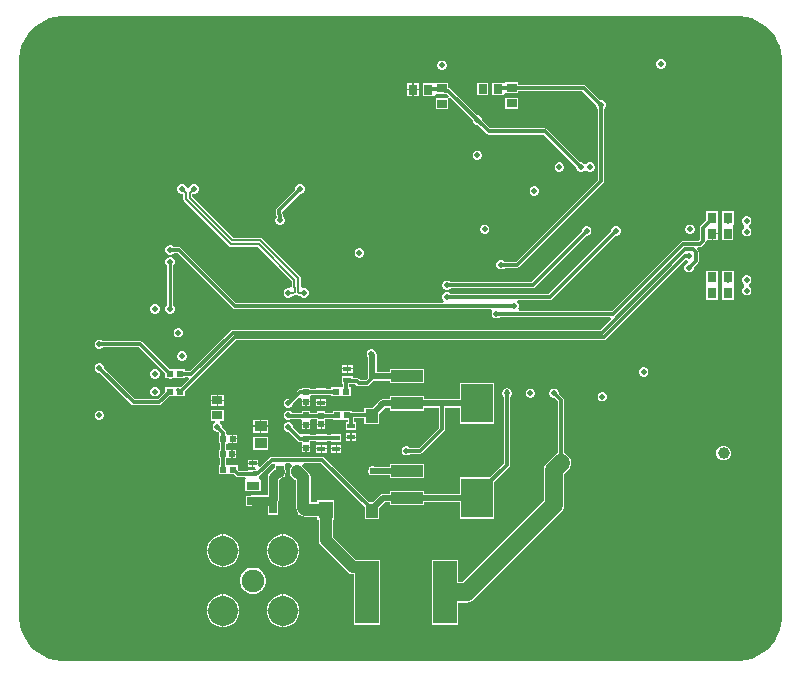
<source format=gbl>
G04*
G04 #@! TF.GenerationSoftware,Altium Limited,Altium Designer,24.4.1 (13)*
G04*
G04 Layer_Physical_Order=4*
G04 Layer_Color=16711680*
%FSLAX44Y44*%
%MOMM*%
G71*
G04*
G04 #@! TF.SameCoordinates,2EB5ED4D-3302-4EB3-8F75-9365195E6A89*
G04*
G04*
G04 #@! TF.FilePolarity,Positive*
G04*
G01*
G75*
%ADD14C,0.2540*%
%ADD16R,0.8500X0.7500*%
%ADD17R,1.0500X0.9000*%
%ADD18R,0.6000X0.5500*%
%ADD26R,0.7500X0.8500*%
%ADD27R,0.4725X0.5393*%
%ADD30R,1.2546X1.4562*%
%ADD38R,0.8000X0.9500*%
%ADD40R,0.5393X0.4725*%
%ADD44R,0.5200X0.5200*%
%ADD45R,0.5200X0.5200*%
%ADD78C,0.1519*%
%ADD79C,0.5000*%
%ADD80C,0.3000*%
%ADD83C,1.0000*%
%ADD84C,0.7500*%
%ADD85C,2.5400*%
%ADD86C,1.9050*%
%ADD87C,0.5000*%
%ADD88C,1.0000*%
%ADD89C,4.0000*%
%ADD90C,1.5000*%
%ADD91R,2.7000X1.0000*%
%ADD92R,2.7000X3.3000*%
%ADD93R,2.0000X5.3000*%
%ADD94R,0.6500X2.6500*%
%ADD95R,0.6500X0.9000*%
%ADD96R,0.6750X0.4500*%
%ADD97R,1.0200X0.6400*%
%ADD98R,0.8500X0.7000*%
%ADD99R,1.0121X1.2084*%
G36*
X610000Y547961D02*
X612488D01*
X617422Y547311D01*
X622228Y546023D01*
X626826Y544119D01*
X631135Y541631D01*
X635083Y538602D01*
X638602Y535083D01*
X641631Y531135D01*
X644119Y526826D01*
X646023Y522228D01*
X647311Y517422D01*
X647961Y512488D01*
X647961Y510000D01*
X647961Y40000D01*
Y37512D01*
X647311Y32578D01*
X646023Y27772D01*
X644119Y23174D01*
X641631Y18865D01*
X638602Y14917D01*
X635083Y11398D01*
X631135Y8369D01*
X626826Y5881D01*
X622228Y3977D01*
X617422Y2689D01*
X612488Y2039D01*
X610000Y2039D01*
X40000Y2039D01*
X37512Y2039D01*
X32578Y2689D01*
X27772Y3977D01*
X23174Y5881D01*
X18865Y8369D01*
X14917Y11398D01*
X11398Y14917D01*
X8369Y18865D01*
X5881Y23174D01*
X3977Y27772D01*
X2689Y32578D01*
X2039Y37512D01*
Y40000D01*
X2039Y510000D01*
Y512488D01*
X2689Y517422D01*
X3977Y522228D01*
X5881Y526826D01*
X8369Y531135D01*
X11398Y535083D01*
X14917Y538602D01*
X18865Y541631D01*
X23174Y544119D01*
X27771Y546023D01*
X32578Y547311D01*
X37512Y547961D01*
X40000Y547961D01*
X610000Y547961D01*
D02*
G37*
%LPC*%
G36*
X546196Y511300D02*
X544604D01*
X543134Y510691D01*
X542009Y509566D01*
X541400Y508096D01*
Y506504D01*
X542009Y505034D01*
X543134Y503909D01*
X544604Y503300D01*
X546196D01*
X547666Y503909D01*
X548791Y505034D01*
X549400Y506504D01*
Y508096D01*
X548791Y509566D01*
X547666Y510691D01*
X546196Y511300D01*
D02*
G37*
G36*
X360796Y510250D02*
X359204D01*
X357734Y509641D01*
X356609Y508516D01*
X356000Y507046D01*
Y505454D01*
X356609Y503984D01*
X357734Y502859D01*
X359204Y502250D01*
X360796D01*
X362266Y502859D01*
X363391Y503984D01*
X364000Y505454D01*
Y507046D01*
X363391Y508516D01*
X362266Y509641D01*
X360796Y510250D01*
D02*
G37*
G36*
X340266Y491016D02*
X336008D01*
Y486258D01*
X340266D01*
Y491016D01*
D02*
G37*
G36*
X334992D02*
X330734D01*
Y486258D01*
X334992D01*
Y491016D01*
D02*
G37*
G36*
X399266Y491516D02*
X389734D01*
Y480984D01*
X399266D01*
Y491516D01*
D02*
G37*
G36*
X340266Y485242D02*
X336008D01*
Y480484D01*
X340266D01*
Y485242D01*
D02*
G37*
G36*
X334992D02*
X330734D01*
Y480484D01*
X334992D01*
Y485242D01*
D02*
G37*
G36*
X424266Y479016D02*
X413734D01*
Y469484D01*
X424266D01*
Y479016D01*
D02*
G37*
G36*
X390796Y434000D02*
X389204D01*
X387734Y433391D01*
X386609Y432266D01*
X386000Y430796D01*
Y429204D01*
X386609Y427734D01*
X387734Y426609D01*
X389204Y426000D01*
X390796D01*
X392266Y426609D01*
X393391Y427734D01*
X394000Y429204D01*
Y430796D01*
X393391Y432266D01*
X392266Y433391D01*
X390796Y434000D01*
D02*
G37*
G36*
X354734Y491516D02*
X353266Y491016D01*
X353266Y491016D01*
X343734D01*
Y480484D01*
X353266D01*
Y480700D01*
X354734Y481984D01*
X362002D01*
X362250Y481935D01*
X364437D01*
X366273Y480099D01*
X365028Y478516D01*
X363365Y478516D01*
X354734D01*
Y468984D01*
X365266D01*
Y476531D01*
X365266Y478278D01*
X366849Y479523D01*
X386000Y460372D01*
Y459204D01*
X386609Y457734D01*
X387734Y456609D01*
X389204Y456000D01*
X390372D01*
X397936Y448436D01*
X398768Y447880D01*
X399750Y447685D01*
X446187D01*
X473500Y420372D01*
Y419204D01*
X474109Y417734D01*
X475234Y416609D01*
X476704Y416000D01*
X478296D01*
X479766Y416609D01*
X480221Y417065D01*
X481500Y417518D01*
X482779Y417065D01*
X483234Y416609D01*
X484704Y416000D01*
X486296D01*
X487766Y416609D01*
X488891Y417734D01*
X489500Y419204D01*
Y420796D01*
X488891Y422266D01*
X487766Y423391D01*
X486296Y424000D01*
X484704D01*
X483234Y423391D01*
X482779Y422935D01*
X481500Y422482D01*
X480221Y422935D01*
X479766Y423391D01*
X478296Y424000D01*
X477128D01*
X449064Y452064D01*
X448232Y452620D01*
X447250Y452815D01*
X400813D01*
X394000Y459628D01*
Y460796D01*
X393391Y462266D01*
X392266Y463391D01*
X390796Y464000D01*
X389628D01*
X367314Y486314D01*
X366482Y486870D01*
X365500Y487065D01*
X365266D01*
Y491516D01*
X355059D01*
X354734Y491516D01*
D02*
G37*
G36*
X460296Y424000D02*
X458704D01*
X457234Y423391D01*
X456109Y422266D01*
X455500Y420796D01*
Y419204D01*
X456109Y417734D01*
X457234Y416609D01*
X458704Y416000D01*
X460296D01*
X461766Y416609D01*
X462891Y417734D01*
X463500Y419204D01*
Y420796D01*
X462891Y422266D01*
X461766Y423391D01*
X460296Y424000D01*
D02*
G37*
G36*
X150796Y405500D02*
X149204D01*
X147734Y404891D01*
X146609Y403766D01*
X146384Y403223D01*
X145000Y402673D01*
X143616Y403223D01*
X143391Y403766D01*
X142266Y404891D01*
X140796Y405500D01*
X139204D01*
X137734Y404891D01*
X136609Y403766D01*
X136000Y402296D01*
Y400704D01*
X136609Y399234D01*
X137734Y398109D01*
X139204Y397500D01*
X140742D01*
X141187Y397055D01*
Y392990D01*
X141362Y392108D01*
X141861Y391361D01*
X179851Y353371D01*
X180599Y352872D01*
X181481Y352696D01*
X204046D01*
X232918Y323824D01*
Y318951D01*
X232366Y318349D01*
X230937Y317607D01*
X230796Y317666D01*
X229204D01*
X227734Y317057D01*
X226609Y315931D01*
X226000Y314461D01*
Y312870D01*
X226609Y311400D01*
X227734Y310275D01*
X229204Y309666D01*
X230796D01*
X232266Y310275D01*
X233353Y311362D01*
X234351D01*
X235232Y311537D01*
X235980Y312037D01*
X236750Y312807D01*
X237520Y312037D01*
X238268Y311537D01*
X239149Y311362D01*
X240147D01*
X241234Y310275D01*
X242704Y309666D01*
X244296D01*
X245766Y310275D01*
X246891Y311400D01*
X247500Y312870D01*
Y314461D01*
X246891Y315931D01*
X245766Y317057D01*
X244296Y317666D01*
X242704D01*
X242563Y317607D01*
X240563Y318944D01*
Y319972D01*
X240544Y320068D01*
Y326029D01*
X240369Y326911D01*
X239869Y327658D01*
X207880Y359648D01*
X207132Y360147D01*
X206250Y360323D01*
X183685D01*
X148813Y395195D01*
Y397055D01*
X149258Y397500D01*
X150796D01*
X152266Y398109D01*
X153391Y399234D01*
X154000Y400704D01*
Y402296D01*
X153391Y403766D01*
X152266Y404891D01*
X150796Y405500D01*
D02*
G37*
G36*
X439053Y404000D02*
X437462D01*
X435992Y403391D01*
X434867Y402266D01*
X434258Y400796D01*
Y399204D01*
X434867Y397734D01*
X435992Y396609D01*
X437462Y396000D01*
X439053D01*
X440524Y396609D01*
X441649Y397734D01*
X442258Y399204D01*
Y400796D01*
X441649Y402266D01*
X440524Y403391D01*
X439053Y404000D01*
D02*
G37*
G36*
X240796Y405500D02*
X239204D01*
X237734Y404891D01*
X236609Y403766D01*
X236000Y402296D01*
Y401128D01*
X220186Y385314D01*
X219630Y384482D01*
X219435Y383500D01*
Y380500D01*
X219630Y379518D01*
X220052Y378887D01*
Y377709D01*
X219609Y377266D01*
X219000Y375796D01*
Y374204D01*
X219609Y372734D01*
X220734Y371609D01*
X222204Y371000D01*
X223796D01*
X225266Y371609D01*
X226391Y372734D01*
X227000Y374204D01*
Y375796D01*
X226391Y377266D01*
X225266Y378391D01*
X225183Y378425D01*
Y379883D01*
X224987Y380864D01*
X224565Y381496D01*
Y382438D01*
X239628Y397500D01*
X240796D01*
X242266Y398109D01*
X243391Y399234D01*
X244000Y400704D01*
Y402296D01*
X243391Y403766D01*
X242266Y404891D01*
X240796Y405500D01*
D02*
G37*
G36*
X570796Y371500D02*
X569204D01*
X567734Y370891D01*
X566609Y369766D01*
X566000Y368296D01*
Y366704D01*
X566609Y365234D01*
X567734Y364109D01*
X569204Y363500D01*
X570796D01*
X572266Y364109D01*
X573391Y365234D01*
X574000Y366704D01*
Y368296D01*
X573391Y369766D01*
X572266Y370891D01*
X570796Y371500D01*
D02*
G37*
G36*
X397046D02*
X395454D01*
X393984Y370891D01*
X392859Y369766D01*
X392250Y368296D01*
Y366704D01*
X392859Y365234D01*
X393984Y364109D01*
X395454Y363500D01*
X397046D01*
X398516Y364109D01*
X399641Y365234D01*
X400250Y366704D01*
Y368296D01*
X399641Y369766D01*
X398516Y370891D01*
X397046Y371500D01*
D02*
G37*
G36*
X618796Y378500D02*
X617204D01*
X615734Y377891D01*
X614609Y376766D01*
X614000Y375296D01*
Y373704D01*
X614609Y372234D01*
X615734Y371109D01*
X615798Y371082D01*
Y368918D01*
X615734Y368891D01*
X614609Y367766D01*
X614000Y366296D01*
Y364704D01*
X614609Y363234D01*
X615734Y362109D01*
X617204Y361500D01*
X618796D01*
X620266Y362109D01*
X621391Y363234D01*
X622000Y364704D01*
Y366296D01*
X621391Y367766D01*
X620266Y368891D01*
X620202Y368918D01*
Y371082D01*
X620266Y371109D01*
X621391Y372234D01*
X622000Y373704D01*
Y375296D01*
X621391Y376766D01*
X620266Y377891D01*
X618796Y378500D01*
D02*
G37*
G36*
X607016Y382516D02*
X596984D01*
Y370984D01*
X597157D01*
X597234Y369016D01*
X597234Y368984D01*
Y358484D01*
X606766D01*
Y368984D01*
X606766Y369016D01*
X606843Y370984D01*
X607016D01*
Y382516D01*
D02*
G37*
G36*
X593766Y363242D02*
X589509D01*
Y358484D01*
X593766D01*
Y363242D01*
D02*
G37*
G36*
X291046Y351500D02*
X289454D01*
X287984Y350891D01*
X286859Y349766D01*
X286250Y348296D01*
Y346704D01*
X286859Y345234D01*
X287984Y344109D01*
X289454Y343500D01*
X291046D01*
X292516Y344109D01*
X293641Y345234D01*
X294250Y346704D01*
Y348296D01*
X293641Y349766D01*
X292516Y350891D01*
X291046Y351500D01*
D02*
G37*
G36*
X413734Y492016D02*
X412266Y491516D01*
X412266Y491516D01*
X402734D01*
Y480984D01*
X412266D01*
Y481200D01*
X413734Y482484D01*
X424266D01*
Y484685D01*
X478988D01*
X490600Y473072D01*
Y471904D01*
X491209Y470434D01*
X492035Y469608D01*
Y409163D01*
X422937Y340065D01*
X413092D01*
X412266Y340891D01*
X410796Y341500D01*
X409204D01*
X407734Y340891D01*
X406609Y339766D01*
X406000Y338296D01*
Y336704D01*
X406609Y335234D01*
X407734Y334109D01*
X409204Y333500D01*
X410796D01*
X412266Y334109D01*
X413092Y334935D01*
X424000D01*
X424982Y335130D01*
X425814Y335686D01*
X496414Y406286D01*
X496970Y407118D01*
X497165Y408100D01*
Y469608D01*
X497991Y470434D01*
X498600Y471904D01*
Y473496D01*
X497991Y474966D01*
X496866Y476091D01*
X495396Y476700D01*
X494228D01*
X481864Y489064D01*
X481032Y489620D01*
X480050Y489815D01*
X424266D01*
Y492016D01*
X414059D01*
X413734Y492016D01*
D02*
G37*
G36*
X483296Y370000D02*
X481704D01*
X480234Y369391D01*
X479109Y368266D01*
X478500Y366796D01*
Y365628D01*
X435687Y322815D01*
X401087D01*
X400105Y322620D01*
X400023Y322565D01*
X367341D01*
X366516Y323391D01*
X365046Y324000D01*
X363454D01*
X361984Y323391D01*
X360859Y322266D01*
X360250Y320796D01*
Y319204D01*
X360859Y317734D01*
X361984Y316609D01*
X363454Y316000D01*
X365046D01*
X366516Y316609D01*
X367341Y317435D01*
X400837D01*
X401819Y317630D01*
X401900Y317685D01*
X436750D01*
X437732Y317880D01*
X438564Y318436D01*
X482128Y362000D01*
X483296D01*
X484766Y362609D01*
X485891Y363734D01*
X486500Y365204D01*
Y366796D01*
X485891Y368266D01*
X484766Y369391D01*
X483296Y370000D01*
D02*
G37*
G36*
X618796Y328500D02*
X617204D01*
X615734Y327891D01*
X614609Y326766D01*
X614000Y325296D01*
Y323704D01*
X614609Y322234D01*
X615734Y321109D01*
X615798Y321082D01*
Y318918D01*
X615734Y318891D01*
X614609Y317766D01*
X614000Y316296D01*
Y314704D01*
X614609Y313234D01*
X615734Y312109D01*
X617204Y311500D01*
X618796D01*
X620266Y312109D01*
X621391Y313234D01*
X622000Y314704D01*
Y316296D01*
X621391Y317766D01*
X620266Y318891D01*
X620202Y318918D01*
Y321082D01*
X620266Y321109D01*
X621391Y322234D01*
X622000Y323704D01*
Y325296D01*
X621391Y326766D01*
X620266Y327891D01*
X618796Y328500D01*
D02*
G37*
G36*
X607016Y332516D02*
X596984D01*
Y321016D01*
X596984Y320984D01*
Y319016D01*
X596984Y318984D01*
Y307484D01*
X607016D01*
Y318984D01*
X607016Y319016D01*
Y320984D01*
X607016Y321016D01*
Y332516D01*
D02*
G37*
G36*
X593516D02*
X583484D01*
Y321016D01*
X583484Y320984D01*
Y319016D01*
X583484Y318984D01*
Y307484D01*
X593516D01*
Y318984D01*
X593516Y319016D01*
Y320984D01*
X593516Y321016D01*
Y332516D01*
D02*
G37*
G36*
Y382516D02*
X583484D01*
Y374612D01*
X578936Y370064D01*
X578380Y369232D01*
X578185Y368250D01*
Y358563D01*
X577187Y357565D01*
X564000D01*
X563018Y357370D01*
X562186Y356814D01*
X503937Y298565D01*
X425801D01*
X425287Y299305D01*
X424778Y300565D01*
X425250Y301704D01*
Y303296D01*
X424641Y304766D01*
X423972Y305435D01*
X424618Y307435D01*
X451500D01*
X452482Y307630D01*
X453314Y308186D01*
X507128Y362000D01*
X508296D01*
X509766Y362609D01*
X510891Y363734D01*
X511500Y365204D01*
Y366796D01*
X510891Y368266D01*
X509766Y369391D01*
X508296Y370000D01*
X506704D01*
X505234Y369391D01*
X504109Y368266D01*
X503500Y366796D01*
Y365628D01*
X450438Y312565D01*
X367341D01*
X366516Y313391D01*
X365046Y314000D01*
X363454D01*
X361984Y313391D01*
X360859Y312266D01*
X360250Y310796D01*
Y309204D01*
X360859Y307734D01*
X361528Y307065D01*
X360882Y305065D01*
X185813D01*
X139064Y351814D01*
X138232Y352370D01*
X137250Y352565D01*
X133092D01*
X132266Y353391D01*
X130796Y354000D01*
X129204D01*
X127734Y353391D01*
X126609Y352266D01*
X126000Y350796D01*
Y349204D01*
X126609Y347734D01*
X127734Y346609D01*
X129204Y346000D01*
X130796D01*
X132266Y346609D01*
X133092Y347435D01*
X136187D01*
X182936Y300686D01*
X183768Y300130D01*
X184750Y299935D01*
X401699D01*
X402213Y299195D01*
X402722Y297935D01*
X402250Y296796D01*
Y295204D01*
X402859Y293734D01*
X403984Y292609D01*
X405454Y292000D01*
X407046D01*
X408516Y292609D01*
X409342Y293435D01*
X502299D01*
X503127Y291435D01*
X494258Y282565D01*
X183000D01*
X182018Y282370D01*
X181186Y281814D01*
X146937Y247565D01*
X142516D01*
Y248766D01*
X136016D01*
X134484Y248766D01*
X131361Y248766D01*
X130796Y249000D01*
X129378D01*
X106564Y271814D01*
X105732Y272370D01*
X104750Y272565D01*
X73092D01*
X72266Y273391D01*
X70796Y274000D01*
X69204D01*
X67734Y273391D01*
X66609Y272266D01*
X66000Y270796D01*
Y269204D01*
X66609Y267734D01*
X67734Y266609D01*
X69204Y266000D01*
X70796D01*
X72266Y266609D01*
X73092Y267435D01*
X103687D01*
X125984Y245138D01*
Y241234D01*
X128639D01*
X129204Y241000D01*
X130796D01*
X131361Y241234D01*
X134016Y241234D01*
X136016Y241234D01*
X142516D01*
Y242435D01*
X144873D01*
X145639Y240587D01*
X138818Y233766D01*
X137248D01*
X137000Y233815D01*
X136752Y233766D01*
X134484Y233766D01*
X131361Y233766D01*
X130796Y234000D01*
X129204D01*
X128639Y233766D01*
X125984D01*
Y229862D01*
X119688Y223565D01*
X100063D01*
X74000Y249628D01*
Y250796D01*
X73391Y252266D01*
X72266Y253391D01*
X70796Y254000D01*
X69204D01*
X67734Y253391D01*
X66609Y252266D01*
X66000Y250796D01*
Y249204D01*
X66609Y247734D01*
X67734Y246609D01*
X69204Y246000D01*
X70372D01*
X97186Y219186D01*
X98018Y218630D01*
X99000Y218435D01*
X120750D01*
X121732Y218630D01*
X122564Y219186D01*
X129378Y226000D01*
X130796D01*
X131361Y226234D01*
X134016Y226234D01*
X136016Y226234D01*
X142516D01*
Y230209D01*
X185726Y273419D01*
X496984D01*
X497966Y273614D01*
X498798Y274170D01*
X566610Y341983D01*
X566984Y341609D01*
X568454Y341000D01*
X568737Y340665D01*
X568454Y339000D01*
X566984Y338391D01*
X565859Y337266D01*
X565250Y335796D01*
Y334204D01*
X565859Y332734D01*
X566984Y331609D01*
X568454Y331000D01*
X570046D01*
X571516Y331609D01*
X572641Y332734D01*
X573250Y334204D01*
Y335372D01*
X576564Y338686D01*
X577120Y339518D01*
X577315Y340500D01*
Y347993D01*
X577120Y348974D01*
X576564Y349807D01*
X575936Y350435D01*
X576764Y352435D01*
X578250D01*
X579232Y352630D01*
X580064Y353186D01*
X582564Y355686D01*
X583120Y356518D01*
X583199Y356913D01*
X584234Y358484D01*
X588493D01*
Y363750D01*
X589001D01*
Y364258D01*
X593766D01*
Y369016D01*
X593593D01*
X593516Y370984D01*
X593516D01*
Y382516D01*
D02*
G37*
G36*
X130796Y344000D02*
X129204D01*
X127734Y343391D01*
X126609Y342266D01*
X126000Y340796D01*
Y339204D01*
X126609Y337734D01*
X127669Y336674D01*
Y303326D01*
X126609Y302266D01*
X126000Y300796D01*
Y299204D01*
X126609Y297734D01*
X127734Y296609D01*
X129204Y296000D01*
X130796D01*
X132266Y296609D01*
X133391Y297734D01*
X134000Y299204D01*
Y300796D01*
X133391Y302266D01*
X132331Y303326D01*
Y336674D01*
X133391Y337734D01*
X134000Y339204D01*
Y340796D01*
X133391Y342266D01*
X132266Y343391D01*
X130796Y344000D01*
D02*
G37*
G36*
X117796Y304000D02*
X116204D01*
X114734Y303391D01*
X113609Y302266D01*
X113000Y300796D01*
Y299204D01*
X113609Y297734D01*
X114734Y296609D01*
X116204Y296000D01*
X117796D01*
X119266Y296609D01*
X120391Y297734D01*
X121000Y299204D01*
Y300796D01*
X120391Y302266D01*
X119266Y303391D01*
X117796Y304000D01*
D02*
G37*
G36*
X137796Y284000D02*
X136204D01*
X134734Y283391D01*
X133609Y282266D01*
X133000Y280796D01*
Y279204D01*
X133609Y277734D01*
X134734Y276609D01*
X136204Y276000D01*
X137796D01*
X139266Y276609D01*
X140391Y277734D01*
X141000Y279204D01*
Y280796D01*
X140391Y282266D01*
X139266Y283391D01*
X137796Y284000D01*
D02*
G37*
G36*
X140796Y264000D02*
X139204D01*
X137734Y263391D01*
X136609Y262266D01*
X136000Y260796D01*
Y259204D01*
X136609Y257734D01*
X137734Y256609D01*
X139204Y256000D01*
X140796D01*
X142266Y256609D01*
X143391Y257734D01*
X144000Y259204D01*
Y260796D01*
X143391Y262266D01*
X142266Y263391D01*
X140796Y264000D01*
D02*
G37*
G36*
X284391Y252516D02*
X280509D01*
Y249758D01*
X284391D01*
Y252516D01*
D02*
G37*
G36*
X279493D02*
X275609D01*
Y249758D01*
X279493D01*
Y252516D01*
D02*
G37*
G36*
X284391Y248742D02*
X280509D01*
Y245984D01*
X284391D01*
Y248742D01*
D02*
G37*
G36*
X279493D02*
X275609D01*
Y245984D01*
X279493D01*
Y248742D01*
D02*
G37*
G36*
X531581Y250500D02*
X529990D01*
X528520Y249891D01*
X527395Y248766D01*
X526786Y247296D01*
Y245704D01*
X527395Y244234D01*
X528520Y243109D01*
X529990Y242500D01*
X531581D01*
X533051Y243109D01*
X534177Y244234D01*
X534786Y245704D01*
Y247296D01*
X534177Y248766D01*
X533051Y249891D01*
X531581Y250500D01*
D02*
G37*
G36*
X117796Y249000D02*
X116204D01*
X114734Y248391D01*
X113609Y247266D01*
X113000Y245796D01*
Y244204D01*
X113609Y242734D01*
X114734Y241609D01*
X116204Y241000D01*
X117796D01*
X119266Y241609D01*
X120391Y242734D01*
X121000Y244204D01*
Y245796D01*
X120391Y247266D01*
X119266Y248391D01*
X117796Y249000D01*
D02*
G37*
G36*
X301046Y266000D02*
X299454D01*
X297984Y265391D01*
X296859Y264266D01*
X296250Y262796D01*
Y261204D01*
X296859Y259734D01*
X297665Y258928D01*
Y246378D01*
X297537D01*
Y241630D01*
X295473Y239565D01*
X291188D01*
X289689Y241064D01*
X288857Y241620D01*
X287875Y241815D01*
X284391D01*
Y243266D01*
X275609D01*
Y236734D01*
X276185D01*
Y233962D01*
X274266Y233766D01*
X272734Y233766D01*
X266234D01*
Y232440D01*
X261891D01*
Y233266D01*
X253109D01*
Y232440D01*
X248616D01*
Y232991D01*
X241384D01*
Y232440D01*
X239875D01*
X238893Y232245D01*
X238061Y231689D01*
X230372Y224000D01*
X229204D01*
X227734Y223391D01*
X226609Y222266D01*
X226000Y220796D01*
Y219204D01*
X226609Y217734D01*
X227734Y216609D01*
X229204Y216000D01*
X230796D01*
X232266Y216609D01*
X233391Y217734D01*
X234000Y219204D01*
Y220372D01*
X239385Y225757D01*
X239728Y225757D01*
X241384Y224125D01*
Y221882D01*
X245000D01*
X248616D01*
Y223759D01*
X248616Y224991D01*
Y225896D01*
X250030Y227310D01*
X253109D01*
Y226734D01*
X261891D01*
Y227310D01*
X266234D01*
Y226234D01*
X272734D01*
X274266Y226234D01*
X276266Y226234D01*
X282766D01*
Y233766D01*
X281315D01*
Y236685D01*
X286812D01*
X288311Y235186D01*
X289143Y234630D01*
X290125Y234435D01*
X296536D01*
X297517Y234630D01*
X298350Y235186D01*
X301867Y238704D01*
X302343Y239415D01*
X315984D01*
Y236984D01*
X345016D01*
Y249016D01*
X315984D01*
Y246585D01*
X304835D01*
Y261000D01*
X304562Y262372D01*
X304203Y262909D01*
X303641Y264266D01*
X302516Y265391D01*
X301046Y266000D01*
D02*
G37*
G36*
X117796Y234000D02*
X116204D01*
X114734Y233391D01*
X113609Y232266D01*
X113000Y230796D01*
Y229204D01*
X113609Y227734D01*
X114734Y226609D01*
X116204Y226000D01*
X117796D01*
X119266Y226609D01*
X120391Y227734D01*
X121000Y229204D01*
Y230796D01*
X120391Y232266D01*
X119266Y233391D01*
X117796Y234000D01*
D02*
G37*
G36*
X435796Y232500D02*
X434204D01*
X432734Y231891D01*
X431609Y230766D01*
X431000Y229296D01*
Y227704D01*
X431609Y226234D01*
X432734Y225109D01*
X434204Y224500D01*
X435796D01*
X437266Y225109D01*
X438391Y226234D01*
X439000Y227704D01*
Y229296D01*
X438391Y230766D01*
X437266Y231891D01*
X435796Y232500D01*
D02*
G37*
G36*
X404016Y237516D02*
X374984D01*
Y223585D01*
X345016D01*
Y226016D01*
X315984D01*
Y223585D01*
X310250D01*
X308878Y223312D01*
X307715Y222535D01*
X301507Y216327D01*
X294423D01*
Y212565D01*
X284016D01*
Y213766D01*
X277516D01*
X275984Y213766D01*
X273984Y213766D01*
X267484D01*
Y212315D01*
X261378D01*
Y213378D01*
X254622D01*
Y212315D01*
X248616D01*
Y213616D01*
X241384D01*
Y212315D01*
X233342D01*
X232266Y213391D01*
X230796Y214000D01*
X229204D01*
X227734Y213391D01*
X226609Y212266D01*
X226000Y210796D01*
Y209204D01*
X226609Y207734D01*
X227734Y206609D01*
X229204Y206000D01*
X230796D01*
X232266Y206609D01*
X232842Y207185D01*
X240343D01*
X241384Y205616D01*
X241384Y204384D01*
Y202507D01*
X245000D01*
X248616D01*
Y204384D01*
X248616Y205616D01*
X249657Y207185D01*
X254622D01*
Y202842D01*
X258000D01*
X261378D01*
Y207185D01*
X267484D01*
Y206234D01*
X273984D01*
X275516Y206234D01*
X277516Y206234D01*
X280388D01*
X280435Y206187D01*
Y203891D01*
X278609D01*
Y197359D01*
X287391D01*
Y203891D01*
X285565D01*
Y207250D01*
X285717Y207435D01*
X294423D01*
Y202211D01*
X306577D01*
Y211257D01*
X311735Y216415D01*
X315984D01*
Y213984D01*
X345016D01*
Y216415D01*
X357435D01*
Y199563D01*
X340437Y182565D01*
X333092D01*
X332266Y183391D01*
X330796Y184000D01*
X329204D01*
X327734Y183391D01*
X326609Y182266D01*
X326000Y180796D01*
Y179204D01*
X326609Y177734D01*
X327734Y176609D01*
X329204Y176000D01*
X330796D01*
X332266Y176609D01*
X333092Y177435D01*
X341500D01*
X342482Y177630D01*
X343314Y178186D01*
X361814Y196686D01*
X362370Y197518D01*
X362565Y198500D01*
Y216415D01*
X374984D01*
Y202484D01*
X404016D01*
Y237516D01*
D02*
G37*
G36*
X175266Y227016D02*
X170508D01*
Y223009D01*
X175266D01*
Y227016D01*
D02*
G37*
G36*
X169492D02*
X164734D01*
Y223009D01*
X169492D01*
Y227016D01*
D02*
G37*
G36*
X496581Y229750D02*
X494990D01*
X493520Y229141D01*
X492395Y228016D01*
X491786Y226546D01*
Y224954D01*
X492395Y223484D01*
X493520Y222359D01*
X494990Y221750D01*
X496581D01*
X498051Y222359D01*
X499177Y223484D01*
X499786Y224954D01*
Y226546D01*
X499177Y228016D01*
X498051Y229141D01*
X496581Y229750D01*
D02*
G37*
G36*
X261891Y224016D02*
X258008D01*
Y221259D01*
X261891D01*
Y224016D01*
D02*
G37*
G36*
X256992D02*
X253109D01*
Y221259D01*
X256992D01*
Y224016D01*
D02*
G37*
G36*
X175266Y221993D02*
X170508D01*
Y217984D01*
X175266D01*
Y221993D01*
D02*
G37*
G36*
X169492D02*
X164734D01*
Y217984D01*
X169492D01*
Y221993D01*
D02*
G37*
G36*
X248616Y220866D02*
X245508D01*
Y217759D01*
X248616D01*
Y220866D01*
D02*
G37*
G36*
X244492D02*
X241384D01*
Y217759D01*
X244492D01*
Y220866D01*
D02*
G37*
G36*
X261891Y220243D02*
X258008D01*
Y217484D01*
X261891D01*
Y220243D01*
D02*
G37*
G36*
X256992D02*
X253109D01*
Y217484D01*
X256992D01*
Y220243D01*
D02*
G37*
G36*
X70796Y214000D02*
X69204D01*
X67734Y213391D01*
X66609Y212266D01*
X66000Y210796D01*
Y209204D01*
X66609Y207734D01*
X67734Y206609D01*
X69204Y206000D01*
X70796D01*
X72266Y206609D01*
X73391Y207734D01*
X74000Y209204D01*
Y210796D01*
X73391Y212266D01*
X72266Y213391D01*
X70796Y214000D01*
D02*
G37*
G36*
X213016Y206350D02*
X207258D01*
Y201342D01*
X213016D01*
Y206350D01*
D02*
G37*
G36*
X206242D02*
X200484D01*
Y201342D01*
X206242D01*
Y206350D01*
D02*
G37*
G36*
X261378Y201826D02*
X258508D01*
Y198622D01*
X261378D01*
Y201826D01*
D02*
G37*
G36*
X257492D02*
X254622D01*
Y198622D01*
X257492D01*
Y201826D01*
D02*
G37*
G36*
X248616Y201492D02*
X245508D01*
Y198384D01*
X248616D01*
Y201492D01*
D02*
G37*
G36*
X244492D02*
X241384D01*
Y198384D01*
X244492D01*
Y201492D01*
D02*
G37*
G36*
X213016Y200326D02*
X207258D01*
Y195318D01*
X213016D01*
Y200326D01*
D02*
G37*
G36*
X206242D02*
X200484D01*
Y195318D01*
X206242D01*
Y200326D01*
D02*
G37*
G36*
X287391Y194641D02*
X283508D01*
Y191882D01*
X287391D01*
Y194641D01*
D02*
G37*
G36*
X282492D02*
X278609D01*
Y191882D01*
X282492D01*
Y194641D01*
D02*
G37*
G36*
X183508Y193616D02*
Y190507D01*
X186616D01*
Y193616D01*
X183508D01*
D02*
G37*
G36*
X287391Y190867D02*
X283508D01*
Y188109D01*
X287391D01*
Y190867D01*
D02*
G37*
G36*
X282492D02*
X278609D01*
Y188109D01*
X282492D01*
Y190867D01*
D02*
G37*
G36*
X230796Y204000D02*
X229204D01*
X227734Y203391D01*
X226609Y202266D01*
X226000Y200796D01*
Y199204D01*
X226609Y197734D01*
X227734Y196609D01*
X229204Y196000D01*
X230372D01*
X238081Y188291D01*
X238913Y187735D01*
X239895Y187540D01*
X241622D01*
Y183176D01*
X245000D01*
X248378D01*
Y188394D01*
X253609D01*
Y187693D01*
X262391D01*
Y188394D01*
X266109D01*
Y187693D01*
X274891D01*
Y194225D01*
X266109D01*
Y193524D01*
X262391D01*
Y194225D01*
X253609D01*
Y193524D01*
X248378D01*
Y193713D01*
X241622D01*
Y193713D01*
X239708Y193920D01*
X234000Y199628D01*
Y200796D01*
X233391Y202266D01*
X232266Y203391D01*
X230796Y204000D01*
D02*
G37*
G36*
X186616Y189491D02*
X183508D01*
Y186384D01*
X186616D01*
Y189491D01*
D02*
G37*
G36*
X274891Y184975D02*
X271008D01*
Y182218D01*
X274891D01*
Y184975D01*
D02*
G37*
G36*
X269993D02*
X266109D01*
Y182218D01*
X269993D01*
Y184975D01*
D02*
G37*
G36*
X262391D02*
X258508D01*
Y182217D01*
X262391D01*
Y184975D01*
D02*
G37*
G36*
X257492D02*
X253609D01*
Y182217D01*
X257492D01*
Y184975D01*
D02*
G37*
G36*
X213016Y191850D02*
X200484D01*
Y180818D01*
X213016D01*
Y191850D01*
D02*
G37*
G36*
X248378Y182160D02*
X245508D01*
Y178956D01*
X248378D01*
Y182160D01*
D02*
G37*
G36*
X244492D02*
X241622D01*
Y178956D01*
X244492D01*
Y182160D01*
D02*
G37*
G36*
X274891Y181201D02*
X271008D01*
Y178443D01*
X274891D01*
Y181201D01*
D02*
G37*
G36*
X269993D02*
X266109D01*
Y178443D01*
X269993D01*
Y181201D01*
D02*
G37*
G36*
X262391Y181201D02*
X258508D01*
Y178443D01*
X262391D01*
Y181201D01*
D02*
G37*
G36*
X257492D02*
X253609D01*
Y178443D01*
X257492D01*
Y181201D01*
D02*
G37*
G36*
X186044Y180378D02*
X182839D01*
Y177508D01*
X186044D01*
Y180378D01*
D02*
G37*
G36*
Y176492D02*
X182839D01*
Y173622D01*
X186044D01*
Y176492D01*
D02*
G37*
G36*
X599747Y184270D02*
X597253D01*
X594948Y183315D01*
X593185Y181552D01*
X592230Y179247D01*
Y176753D01*
X593185Y174448D01*
X594948Y172684D01*
X597253Y171730D01*
X599747D01*
X602052Y172684D01*
X603815Y174448D01*
X604770Y176753D01*
Y179247D01*
X603815Y181552D01*
X602052Y183315D01*
X599747Y184270D01*
D02*
G37*
G36*
X204391Y172516D02*
X200508D01*
Y169758D01*
X204391D01*
Y172516D01*
D02*
G37*
G36*
X199492D02*
X195609D01*
Y169758D01*
X199492D01*
Y172516D01*
D02*
G37*
G36*
X345266Y169016D02*
X316234D01*
Y166585D01*
X303548D01*
X302546Y167000D01*
X300954D01*
X299484Y166391D01*
X299472Y166378D01*
X298037D01*
Y164489D01*
X297750Y163796D01*
Y162204D01*
X298037Y161511D01*
Y159622D01*
X299472D01*
X299484Y159609D01*
X300954Y159000D01*
X302546D01*
X303548Y159415D01*
X316234D01*
Y156984D01*
X345266D01*
Y169016D01*
D02*
G37*
G36*
X199492Y168742D02*
X195609D01*
Y165984D01*
X199492D01*
Y168742D01*
D02*
G37*
G36*
X415000Y232989D02*
X414018Y232794D01*
X413186Y232238D01*
X413039Y232017D01*
X412734Y231891D01*
X411609Y230766D01*
X411000Y229296D01*
Y227704D01*
X411609Y226234D01*
X412435Y225408D01*
Y169312D01*
X400638Y157516D01*
X375234D01*
Y143585D01*
X345266D01*
Y146016D01*
X316234D01*
Y143585D01*
X310500D01*
X309128Y143312D01*
X307965Y142535D01*
X301757Y136327D01*
X298301D01*
X260314Y174314D01*
X259482Y174870D01*
X258500Y175065D01*
X216000D01*
X215018Y174870D01*
X214186Y174314D01*
X206391Y166519D01*
X204391Y167347D01*
Y168742D01*
X200508D01*
Y165984D01*
X201397D01*
X202437Y163984D01*
X201968Y163315D01*
X200750D01*
X200502Y163266D01*
X195609D01*
Y162565D01*
X188563D01*
X187516Y163612D01*
Y167516D01*
X181016D01*
X179484Y167516D01*
X177565Y167712D01*
Y173622D01*
X181823D01*
Y177000D01*
Y180378D01*
X177565D01*
Y185946D01*
X179384Y186384D01*
X180616Y186384D01*
X182492D01*
Y189999D01*
Y193616D01*
X180616D01*
X179384Y193616D01*
X177565Y194054D01*
Y195000D01*
X177370Y195982D01*
X176814Y196814D01*
X174000Y199628D01*
Y200796D01*
X173391Y202266D01*
X172266Y203391D01*
X172041Y203484D01*
X172439Y205484D01*
X175266D01*
Y214516D01*
X164734D01*
Y205484D01*
X167561D01*
X167959Y203484D01*
X167734Y203391D01*
X166609Y202266D01*
X166000Y200796D01*
Y199204D01*
X166609Y197734D01*
X167734Y196609D01*
X169204Y196000D01*
X170372D01*
X170940Y195432D01*
X171384Y193616D01*
X171384D01*
Y186384D01*
X172435D01*
Y180378D01*
X171287D01*
Y173622D01*
X172435D01*
Y167516D01*
X170984D01*
Y159984D01*
X177484D01*
X179016Y159984D01*
X181016Y159984D01*
X183888D01*
X185686Y158186D01*
X186518Y157630D01*
X187500Y157435D01*
X193731D01*
X193979Y157050D01*
X193400Y155050D01*
X193400D01*
Y145650D01*
X206600D01*
Y155050D01*
X205966D01*
X204778Y156894D01*
X205232Y158380D01*
X206064Y158936D01*
X215658Y168530D01*
X218478Y168522D01*
X218484Y168516D01*
X218484Y167935D01*
Y165218D01*
X217314Y164436D01*
X213864Y160986D01*
X212810Y159410D01*
X212441Y157550D01*
Y142509D01*
X200000D01*
X198141Y142140D01*
X197731Y141866D01*
X193884D01*
Y133434D01*
X197731D01*
X198141Y133160D01*
X200000Y132791D01*
X213034D01*
Y125734D01*
X221566D01*
Y137206D01*
X221789Y137540D01*
X222159Y139400D01*
Y155537D01*
X222952Y156330D01*
X223860Y156510D01*
X225317Y157484D01*
X227016D01*
Y159556D01*
X227239Y159890D01*
X227609Y161750D01*
Y163000D01*
X227239Y164860D01*
X227016Y165194D01*
X227016Y168516D01*
X228419Y169935D01*
X231581D01*
X232362Y169145D01*
X232913Y167337D01*
X231583Y165347D01*
X231116Y163000D01*
Y161750D01*
X231583Y159403D01*
X232913Y157413D01*
X233663Y156663D01*
X235653Y155333D01*
X236389Y155187D01*
X236566Y155009D01*
Y131750D01*
X237033Y129403D01*
X238363Y127413D01*
X238434Y127341D01*
Y125734D01*
X240041D01*
X240113Y125663D01*
X242103Y124333D01*
X244450Y123866D01*
X254453D01*
Y121703D01*
X255608D01*
Y104258D01*
X256075Y101910D01*
X257405Y99921D01*
X280163Y77163D01*
X282153Y75833D01*
X284500Y75366D01*
X285984D01*
Y32484D01*
X308016D01*
Y87516D01*
X292592D01*
X292000Y87634D01*
X287041D01*
X267876Y106798D01*
Y121703D01*
X269031D01*
Y138297D01*
X254453D01*
Y136134D01*
X248834D01*
Y157550D01*
X248367Y159897D01*
X247037Y161887D01*
X243587Y165337D01*
X242388Y166138D01*
X241587Y167337D01*
X242138Y169145D01*
X242919Y169935D01*
X257437D01*
X294674Y132699D01*
Y122211D01*
X306827D01*
Y131257D01*
X311985Y136415D01*
X316234D01*
Y133984D01*
X345266D01*
Y136415D01*
X375234D01*
Y122484D01*
X404266D01*
Y153888D01*
X416814Y166436D01*
X417370Y167268D01*
X417565Y168250D01*
Y225408D01*
X418391Y226234D01*
X419000Y227704D01*
Y229296D01*
X418391Y230766D01*
X417266Y231891D01*
X416961Y232017D01*
X416814Y232238D01*
X415982Y232794D01*
X415000Y232989D01*
D02*
G37*
G36*
X227206Y109116D02*
X225907D01*
Y95909D01*
X239116D01*
Y97206D01*
X238181Y100694D01*
X236376Y103822D01*
X233822Y106376D01*
X230694Y108181D01*
X227206Y109116D01*
D02*
G37*
G36*
X176406D02*
X175107D01*
Y95909D01*
X188316D01*
Y97206D01*
X187381Y100694D01*
X185576Y103822D01*
X183022Y106376D01*
X179894Y108181D01*
X176406Y109116D01*
D02*
G37*
G36*
X224891D02*
X223594D01*
X220106Y108181D01*
X216978Y106376D01*
X214424Y103822D01*
X212619Y100694D01*
X211684Y97206D01*
Y95909D01*
X224891D01*
Y109116D01*
D02*
G37*
G36*
X174091D02*
X172794D01*
X169306Y108181D01*
X166178Y106376D01*
X163624Y103822D01*
X161819Y100694D01*
X160884Y97206D01*
Y95909D01*
X174091D01*
Y109116D01*
D02*
G37*
G36*
X239116Y94893D02*
X225907D01*
Y81684D01*
X227206D01*
X230694Y82619D01*
X233822Y84424D01*
X236376Y86978D01*
X238181Y90106D01*
X239116Y93594D01*
Y94893D01*
D02*
G37*
G36*
X224891D02*
X211684D01*
Y93594D01*
X212619Y90106D01*
X214424Y86978D01*
X216978Y84424D01*
X220106Y82619D01*
X223594Y81684D01*
X224891D01*
Y94893D01*
D02*
G37*
G36*
X188316D02*
X175107D01*
Y81684D01*
X176406D01*
X179894Y82619D01*
X183022Y84424D01*
X185576Y86978D01*
X187381Y90106D01*
X188316Y93594D01*
Y94893D01*
D02*
G37*
G36*
X174091D02*
X160884D01*
Y93594D01*
X161819Y90106D01*
X163624Y86978D01*
X166178Y84424D01*
X169306Y82619D01*
X172794Y81684D01*
X174091D01*
Y94893D01*
D02*
G37*
G36*
X455796Y232500D02*
X454204D01*
X452734Y231891D01*
X451609Y230766D01*
X451000Y229296D01*
Y227704D01*
X451609Y226234D01*
X452734Y225109D01*
X454204Y224500D01*
X455372D01*
X458435Y221437D01*
Y177897D01*
X456705Y177181D01*
X454926Y175816D01*
X448926Y169816D01*
X447561Y168037D01*
X446703Y165965D01*
X446410Y163742D01*
Y137558D01*
X377442Y68590D01*
X374016D01*
Y87516D01*
X351984D01*
Y32484D01*
X374016D01*
Y51410D01*
X381000D01*
X383223Y51703D01*
X385295Y52561D01*
X387074Y53926D01*
X461074Y127926D01*
X462439Y129705D01*
X463297Y131777D01*
X463590Y134000D01*
Y160184D01*
X467074Y163668D01*
X468439Y165447D01*
X469297Y167519D01*
X469590Y169742D01*
X469297Y171965D01*
X468439Y174037D01*
X467074Y175816D01*
X465295Y177181D01*
X463565Y177897D01*
Y222500D01*
X463370Y223482D01*
X462814Y224314D01*
X459000Y228128D01*
Y229296D01*
X458391Y230766D01*
X457266Y231891D01*
X455796Y232500D01*
D02*
G37*
G36*
X201451Y81025D02*
X198549D01*
X195745Y80274D01*
X193231Y78822D01*
X191178Y76769D01*
X189726Y74255D01*
X188975Y71451D01*
Y68548D01*
X189726Y65745D01*
X191178Y63231D01*
X193231Y61178D01*
X195745Y59726D01*
X198549Y58975D01*
X201451D01*
X204256Y59726D01*
X206770Y61178D01*
X208822Y63231D01*
X210274Y65745D01*
X211025Y68548D01*
Y71451D01*
X210274Y74255D01*
X208822Y76769D01*
X206770Y78822D01*
X204256Y80274D01*
X201451Y81025D01*
D02*
G37*
G36*
X227206Y58316D02*
X225907D01*
Y45109D01*
X239116D01*
Y46406D01*
X238181Y49894D01*
X236376Y53022D01*
X233822Y55575D01*
X230694Y57381D01*
X227206Y58316D01*
D02*
G37*
G36*
X176406D02*
X175107D01*
Y45109D01*
X188316D01*
Y46406D01*
X187381Y49894D01*
X185576Y53022D01*
X183022Y55575D01*
X179894Y57381D01*
X176406Y58316D01*
D02*
G37*
G36*
X224891D02*
X223594D01*
X220106Y57381D01*
X216978Y55575D01*
X214424Y53022D01*
X212619Y49894D01*
X211684Y46406D01*
Y45109D01*
X224891D01*
Y58316D01*
D02*
G37*
G36*
X174091D02*
X172794D01*
X169306Y57381D01*
X166178Y55575D01*
X163624Y53022D01*
X161819Y49894D01*
X160884Y46406D01*
Y45109D01*
X174091D01*
Y58316D01*
D02*
G37*
G36*
X239116Y44093D02*
X225907D01*
Y30884D01*
X227206D01*
X230694Y31819D01*
X233822Y33624D01*
X236376Y36178D01*
X238181Y39306D01*
X239116Y42794D01*
Y44093D01*
D02*
G37*
G36*
X224891D02*
X211684D01*
Y42794D01*
X212619Y39306D01*
X214424Y36178D01*
X216978Y33624D01*
X220106Y31819D01*
X223594Y30884D01*
X224891D01*
Y44093D01*
D02*
G37*
G36*
X188316D02*
X175107D01*
Y30884D01*
X176406D01*
X179894Y31819D01*
X183022Y33624D01*
X185576Y36178D01*
X187381Y39306D01*
X188316Y42794D01*
Y44093D01*
D02*
G37*
G36*
X174091D02*
X160884D01*
Y42794D01*
X161819Y39306D01*
X163624Y36178D01*
X166178Y33624D01*
X169306Y31819D01*
X172794Y30884D01*
X174091D01*
Y44093D01*
D02*
G37*
%LPD*%
D14*
X130000Y300000D02*
Y340000D01*
D16*
X360000Y486750D02*
D03*
Y473750D02*
D03*
X419000Y487250D02*
D03*
Y474250D02*
D03*
D17*
X206750Y200834D02*
D03*
Y186334D02*
D03*
D18*
X130000Y230000D02*
D03*
X138500D02*
D03*
X130000Y245000D02*
D03*
X138500D02*
D03*
X183500Y163750D02*
D03*
X175000D02*
D03*
X280000Y210000D02*
D03*
X271500D02*
D03*
X278750Y230000D02*
D03*
X270250D02*
D03*
D26*
X589000Y363750D02*
D03*
X602000D02*
D03*
X348500Y485750D02*
D03*
X335500D02*
D03*
X407500Y486250D02*
D03*
X394500D02*
D03*
D27*
X245000Y190000D02*
D03*
Y182668D02*
D03*
X258000Y209666D02*
D03*
Y202334D02*
D03*
D30*
X278258Y130000D02*
D03*
X261742D02*
D03*
D38*
X588500Y313250D02*
D03*
X602000D02*
D03*
X588500Y326750D02*
D03*
X602000D02*
D03*
X588500Y376750D02*
D03*
X602000D02*
D03*
D40*
X175000Y177000D02*
D03*
X182332D02*
D03*
X294419Y163000D02*
D03*
X301750D02*
D03*
X293919Y243000D02*
D03*
X301250D02*
D03*
D44*
X175000Y190000D02*
D03*
X183000D02*
D03*
D45*
X245000Y210000D02*
D03*
Y202000D02*
D03*
X245000Y229375D02*
D03*
Y221375D02*
D03*
D78*
X143490Y392990D02*
X181481Y355000D01*
X146510Y394240D02*
X182731Y358019D01*
X205000Y355000D02*
X235222Y324779D01*
X182731Y358019D02*
X206250D01*
X235222Y318741D02*
Y324779D01*
X181481Y355000D02*
X205000D01*
X206250Y358019D02*
X238241Y326029D01*
Y319991D02*
Y326029D01*
X146510Y394240D02*
Y398009D01*
X140000Y401500D02*
X143490Y398009D01*
X146510Y398009D02*
X150000Y401500D01*
X143490Y392990D02*
Y398009D01*
X235241Y314555D02*
Y318722D01*
X235222Y318741D02*
X235241Y318722D01*
X239149Y313666D02*
X243500D01*
X230000D02*
X234351D01*
X238260Y314555D02*
Y319972D01*
Y314555D02*
X239149Y313666D01*
X238241Y319991D02*
X238260Y319972D01*
X234351Y313666D02*
X235241Y314555D01*
D79*
X360000Y220000D02*
X389500D01*
X330500D02*
X360000D01*
X301750Y163000D02*
X330750D01*
X301750Y163000D02*
X301750Y163000D01*
X330750Y140000D02*
X389750D01*
X300750Y130250D02*
X310500Y140000D01*
X330750D01*
X300500Y210250D02*
X310250Y220000D01*
X330500D01*
X301250Y243000D02*
Y261000D01*
X300250Y262000D02*
X301250Y261000D01*
Y243000D02*
X330500D01*
D80*
X564000Y355000D02*
X578250D01*
X505000Y296000D02*
X564000Y355000D01*
X406250Y296000D02*
X505000D01*
X568925Y344675D02*
X569250Y345000D01*
X565675Y344675D02*
X568925D01*
X184664Y275984D02*
X496984D01*
X565821Y350500D02*
X572243D01*
X496984Y275984D02*
X565675Y344675D01*
X183000Y280000D02*
X495321D01*
X565821Y350500D01*
X148000Y245000D02*
X183000Y280000D01*
X140180Y231500D02*
X184664Y275984D01*
X140000Y231500D02*
X140180D01*
X138500Y245000D02*
X148000D01*
X120750Y221000D02*
X129750Y230000D01*
X99000Y221000D02*
X120750D01*
X129750Y230000D02*
X130000D01*
X70000Y250000D02*
X99000Y221000D01*
X70000Y270000D02*
X104750D01*
X129750Y245000D02*
X130000D01*
X104750Y270000D02*
X129750Y245000D01*
X580750Y368250D02*
X588500Y376000D01*
Y376750D01*
X578250Y355000D02*
X580750Y357500D01*
Y368250D01*
X222000Y383500D02*
X240000Y401500D01*
X222617Y375383D02*
Y379883D01*
X222000Y380500D02*
Y383500D01*
X222617Y375383D02*
X223000Y375000D01*
X222000Y380500D02*
X222617Y379883D01*
X137000Y231250D02*
X138250Y230000D01*
X138500D01*
X362250Y484500D02*
X365500D01*
X360000Y486750D02*
X362250Y484500D01*
X399750Y450250D02*
X447250D01*
X365500Y484500D02*
X399750Y450250D01*
X280250Y210000D02*
X299769D01*
X283000Y200625D02*
Y207250D01*
X280250Y210000D02*
X283000Y207250D01*
X280000Y210000D02*
X280250D01*
X455000Y228500D02*
X461000Y222500D01*
Y169742D02*
Y222500D01*
X389500Y220000D02*
X398000Y228500D01*
X389750Y143000D02*
X415000Y168250D01*
Y230424D01*
X389750Y140000D02*
Y143000D01*
X395000Y228500D02*
X398000D01*
X184750Y302500D02*
X421250D01*
X130000Y350000D02*
X137250D01*
X184750Y302500D01*
X364250Y310000D02*
X451500D01*
X507500Y366000D01*
X400837Y320000D02*
X401087Y320250D01*
X364250Y320000D02*
X400837D01*
X401087Y320250D02*
X436750D01*
X482500Y366000D01*
X424000Y337500D02*
X494600Y408100D01*
Y472700D01*
X410000Y337500D02*
X424000D01*
X447250Y450250D02*
X477500Y420000D01*
X359500Y486250D02*
X360000Y486750D01*
X348500Y485750D02*
X349000Y486250D01*
X359500D01*
X341500Y180000D02*
X360000Y198500D01*
Y220000D01*
X330000Y180000D02*
X341500D01*
X200000Y160000D02*
X200750Y160750D01*
X204250D01*
X216000Y172500D02*
X258500D01*
X204250Y160750D02*
X216000Y172500D01*
X187500Y160000D02*
X200000D01*
X183750Y163750D02*
X187500Y160000D01*
X183500Y163750D02*
X183750D01*
X300750Y129269D02*
Y130250D01*
X258500Y172500D02*
X300750Y130250D01*
X296536Y237000D02*
X300053Y240518D01*
X290125Y237000D02*
X296536D01*
X280000Y240000D02*
X280750Y239250D01*
X287875D01*
X290125Y237000D01*
X278750Y239250D02*
X279500Y240000D01*
X278750Y230000D02*
Y239250D01*
X279500Y240000D02*
X280000D01*
X572243Y350500D02*
X574750Y347993D01*
Y340500D02*
Y347993D01*
X569250Y335000D02*
X574750Y340500D01*
X175000Y163750D02*
Y177000D01*
Y190000D01*
X170000Y200000D02*
X175000Y195000D01*
Y190000D02*
Y195000D01*
X170000Y200000D02*
Y200000D01*
X419000Y487250D02*
X480050D01*
X494600Y472700D01*
X408000Y486750D02*
X418500D01*
X419000Y487250D01*
X407500Y486250D02*
X408000Y486750D01*
X230000Y210000D02*
X230250Y209750D01*
X244895Y190105D02*
X245000Y190000D01*
X239895Y190105D02*
X244895D01*
X245000Y190097D02*
X245862Y190959D01*
X258000D01*
X270500D01*
X230000Y200000D02*
X239895Y190105D01*
X271000Y209750D02*
X271250Y209500D01*
X230250Y209750D02*
X271000D01*
X230000Y220000D02*
X239875Y229875D01*
X270250D01*
D83*
X297000Y60000D02*
Y76500D01*
X292000Y81500D02*
X297000Y76500D01*
X261742Y104258D02*
X284500Y81500D01*
X292000D01*
X261742Y104258D02*
Y130000D01*
X239250Y161000D02*
X242700Y157550D01*
X237250Y161750D02*
Y163000D01*
Y161750D02*
X238000Y161000D01*
X242700Y131750D02*
Y157550D01*
X238000Y161000D02*
X239250D01*
X242700Y131750D02*
X244450Y130000D01*
X261742D01*
D84*
X222750Y161750D02*
Y163000D01*
X217300Y139400D02*
Y157550D01*
X220750Y161000D02*
X222000D01*
X217300Y157550D02*
X220750Y161000D01*
X222000D02*
X222750Y161750D01*
X215550Y137650D02*
X217300Y139400D01*
X200000Y137650D02*
X215550D01*
D85*
X225400Y95400D02*
D03*
X174600D02*
D03*
Y44600D02*
D03*
X225400D02*
D03*
D86*
X200000Y70000D02*
D03*
D87*
X244996Y289997D02*
D03*
X274996D02*
D03*
X424996D02*
D03*
X454996D02*
D03*
X394996D02*
D03*
X364996D02*
D03*
X334996D02*
D03*
X439996Y499997D02*
D03*
X469996D02*
D03*
Y319997D02*
D03*
X499996D02*
D03*
X319996Y379997D02*
D03*
X79996Y199997D02*
D03*
X619996Y259997D02*
D03*
X424996Y229997D02*
D03*
X544996D02*
D03*
X406250Y296000D02*
D03*
X135000Y407500D02*
D03*
X155000D02*
D03*
X228500Y322500D02*
D03*
X245000D02*
D03*
X223000Y375000D02*
D03*
X240000Y401500D02*
D03*
X70000Y250000D02*
D03*
Y270000D02*
D03*
X419000Y487250D02*
D03*
X390000Y460000D02*
D03*
Y430000D02*
D03*
X454996Y469997D02*
D03*
X634996D02*
D03*
X619996Y439997D02*
D03*
X634996Y409997D02*
D03*
Y349997D02*
D03*
Y289997D02*
D03*
Y229997D02*
D03*
X619996Y199997D02*
D03*
X634996Y169997D02*
D03*
X619996Y139997D02*
D03*
X634996Y109997D02*
D03*
X619996Y79997D02*
D03*
X604996Y469997D02*
D03*
X589996Y439997D02*
D03*
X604996Y409997D02*
D03*
Y289997D02*
D03*
X589996Y259997D02*
D03*
X604996Y109997D02*
D03*
X589996Y79997D02*
D03*
X574996Y529997D02*
D03*
X559996Y439997D02*
D03*
X574996Y409997D02*
D03*
X559996Y379997D02*
D03*
X574996Y289997D02*
D03*
X559996Y259997D02*
D03*
X574996Y169997D02*
D03*
X559996Y139997D02*
D03*
Y79997D02*
D03*
X574996Y49997D02*
D03*
X559996Y19997D02*
D03*
X544996Y529997D02*
D03*
Y409997D02*
D03*
X529996Y379997D02*
D03*
X544996Y349997D02*
D03*
Y289997D02*
D03*
X529996Y199997D02*
D03*
Y139997D02*
D03*
Y79997D02*
D03*
X544996Y49997D02*
D03*
X529996Y19997D02*
D03*
X514996Y349997D02*
D03*
Y229997D02*
D03*
X499996Y139997D02*
D03*
X514996Y109997D02*
D03*
X499996Y79997D02*
D03*
X514996Y49997D02*
D03*
X499996Y19997D02*
D03*
X469996Y439997D02*
D03*
X484996Y409997D02*
D03*
Y229997D02*
D03*
X469996Y139997D02*
D03*
X484996Y109997D02*
D03*
X469996Y79997D02*
D03*
Y19997D02*
D03*
X439996Y439997D02*
D03*
Y379997D02*
D03*
Y199997D02*
D03*
Y139997D02*
D03*
X454996Y109997D02*
D03*
X439996Y79997D02*
D03*
Y19997D02*
D03*
X424996Y529997D02*
D03*
X409996Y439997D02*
D03*
X424996Y169997D02*
D03*
X409996Y139997D02*
D03*
Y19997D02*
D03*
X394996Y529997D02*
D03*
X379996Y499997D02*
D03*
Y439997D02*
D03*
Y379997D02*
D03*
X394996Y169997D02*
D03*
Y109997D02*
D03*
X379996Y79997D02*
D03*
Y19997D02*
D03*
X364996Y529997D02*
D03*
X349996Y439997D02*
D03*
Y379997D02*
D03*
X364996Y169997D02*
D03*
Y109997D02*
D03*
X349996Y19997D02*
D03*
X334996Y529997D02*
D03*
X319996Y499997D02*
D03*
X334996Y349997D02*
D03*
X289996Y499997D02*
D03*
X304996Y469997D02*
D03*
X289996Y439997D02*
D03*
X304996Y349997D02*
D03*
X289996Y19997D02*
D03*
X274996Y109997D02*
D03*
Y49997D02*
D03*
X229996Y139997D02*
D03*
X199996Y19997D02*
D03*
X169996Y139997D02*
D03*
X139996Y379997D02*
D03*
X154996Y349997D02*
D03*
X139996Y139997D02*
D03*
Y79997D02*
D03*
Y19997D02*
D03*
X109996Y499997D02*
D03*
Y439997D02*
D03*
Y379997D02*
D03*
Y319997D02*
D03*
Y139997D02*
D03*
X124996Y109997D02*
D03*
X109996Y19997D02*
D03*
X79996Y499997D02*
D03*
X94996Y469997D02*
D03*
X79996Y439997D02*
D03*
X94996Y409997D02*
D03*
Y349997D02*
D03*
X79996Y319997D02*
D03*
Y259997D02*
D03*
X94996Y169997D02*
D03*
X79996Y19997D02*
D03*
X64996Y469997D02*
D03*
X49996Y439997D02*
D03*
X64996Y409997D02*
D03*
Y349997D02*
D03*
X49996Y319997D02*
D03*
Y259997D02*
D03*
Y199997D02*
D03*
X64996Y169997D02*
D03*
X34996Y469997D02*
D03*
X19996Y439997D02*
D03*
X34996Y409997D02*
D03*
X19996Y379997D02*
D03*
X34996Y349997D02*
D03*
X19996Y319997D02*
D03*
Y259997D02*
D03*
Y199997D02*
D03*
X34996Y169997D02*
D03*
X19996Y139997D02*
D03*
X34996Y109997D02*
D03*
X19996Y79997D02*
D03*
X137000Y280000D02*
D03*
X117000Y230000D02*
D03*
Y245000D02*
D03*
X140000Y260000D02*
D03*
X421742Y400000D02*
D03*
X438258D02*
D03*
X455000Y228500D02*
D03*
X415000D02*
D03*
X435000D02*
D03*
X395000D02*
D03*
X588500Y313250D02*
D03*
Y326750D02*
D03*
X360000Y506250D02*
D03*
X394500Y486250D02*
D03*
X117000Y300000D02*
D03*
X290250Y347500D02*
D03*
X130000Y350000D02*
D03*
X421250Y302500D02*
D03*
X618000Y315500D02*
D03*
Y324500D02*
D03*
Y365500D02*
D03*
Y374500D02*
D03*
X330750Y140000D02*
D03*
X330000Y180000D02*
D03*
X301750Y163000D02*
D03*
X300250Y262000D02*
D03*
X130000Y230000D02*
D03*
Y245000D02*
D03*
X364250Y310000D02*
D03*
Y320000D02*
D03*
X482500Y366000D02*
D03*
X507500D02*
D03*
X569250Y335000D02*
D03*
Y345000D02*
D03*
X70000Y210000D02*
D03*
X410000Y337500D02*
D03*
X545400Y507300D02*
D03*
X230000Y313666D02*
D03*
X243500D02*
D03*
X140000Y401500D02*
D03*
X150000D02*
D03*
X602000Y315500D02*
D03*
Y324500D02*
D03*
Y365500D02*
D03*
Y374500D02*
D03*
X363000Y60000D02*
D03*
X477500Y420000D02*
D03*
X494600Y472700D02*
D03*
X495786Y225750D02*
D03*
X530786Y246500D02*
D03*
X570000Y367500D02*
D03*
X459500Y420000D02*
D03*
X485500D02*
D03*
X396250Y367500D02*
D03*
X360000Y473750D02*
D03*
X419000Y474250D02*
D03*
X461000Y169742D02*
D03*
X130000Y340000D02*
D03*
Y300000D02*
D03*
X170000Y200000D02*
D03*
Y210000D02*
D03*
X211000Y239000D02*
D03*
X200000D02*
D03*
X189000D02*
D03*
X211000Y250000D02*
D03*
X200000D02*
D03*
X189000D02*
D03*
X211000Y261000D02*
D03*
X200000D02*
D03*
X189000D02*
D03*
X200000Y150000D02*
D03*
X206750Y186334D02*
D03*
X230000Y220000D02*
D03*
Y210000D02*
D03*
Y200000D02*
D03*
D88*
X598500Y178000D02*
D03*
D89*
X40000Y510000D02*
D03*
X610000D02*
D03*
Y40000D02*
D03*
X40000D02*
D03*
D90*
X455000Y163742D02*
X461000Y169742D01*
X455000Y134000D02*
Y163742D01*
X381000Y60000D02*
X455000Y134000D01*
X363000Y60000D02*
X381000D01*
D91*
X330750Y117000D02*
D03*
Y140000D02*
D03*
Y163000D02*
D03*
X330500Y243000D02*
D03*
Y220000D02*
D03*
Y197000D02*
D03*
D92*
X389750Y140000D02*
D03*
X389500Y220000D02*
D03*
D93*
X297000Y60000D02*
D03*
X363000D02*
D03*
D94*
X217300Y140000D02*
D03*
X242700D02*
D03*
D95*
X222750Y163000D02*
D03*
X237250D02*
D03*
D96*
X200000Y169250D02*
D03*
Y160000D02*
D03*
X280000Y249250D02*
D03*
Y240000D02*
D03*
X257500Y220750D02*
D03*
Y230000D02*
D03*
X258000Y181709D02*
D03*
Y190959D02*
D03*
X270500Y181709D02*
D03*
Y190959D02*
D03*
X283000Y191375D02*
D03*
Y200625D02*
D03*
D97*
X200000Y150350D02*
D03*
Y137650D02*
D03*
D98*
X170000Y222500D02*
D03*
Y210000D02*
D03*
D99*
X300750Y129269D02*
D03*
Y113231D02*
D03*
X300500Y209269D02*
D03*
Y193231D02*
D03*
M02*

</source>
